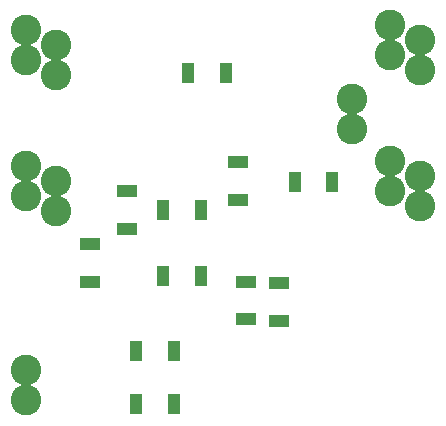
<source format=gbs>
%FSLAX34Y34*%
%MOMM*%
%LNSOLDERMASK_BOTTOM*%
G71*
G01*
%ADD10C, 2.60*%
%ADD11R, 1.10X1.80*%
%ADD12R, 1.80X1.10*%
%LPD*%
X84000Y455000D02*
G54D10*
D03*
X84000Y429600D02*
G54D10*
D03*
X109400Y442300D02*
G54D10*
D03*
X109400Y416900D02*
G54D10*
D03*
X84000Y340000D02*
G54D10*
D03*
X84000Y314600D02*
G54D10*
D03*
X109400Y327300D02*
G54D10*
D03*
X109400Y301900D02*
G54D10*
D03*
X417600Y306000D02*
G54D10*
D03*
X417600Y331400D02*
G54D10*
D03*
X392200Y318700D02*
G54D10*
D03*
X392200Y344100D02*
G54D10*
D03*
X417600Y421000D02*
G54D10*
D03*
X417600Y446400D02*
G54D10*
D03*
X392200Y433700D02*
G54D10*
D03*
X392200Y459100D02*
G54D10*
D03*
X83610Y141390D02*
G54D10*
D03*
X83614Y166786D02*
G54D10*
D03*
X359700Y396700D02*
G54D10*
D03*
X359700Y371300D02*
G54D10*
D03*
X232000Y247000D02*
G54D11*
D03*
X200000Y247000D02*
G54D11*
D03*
X270000Y242000D02*
G54D12*
D03*
X270000Y210000D02*
G54D12*
D03*
X298000Y241000D02*
G54D12*
D03*
X298000Y209000D02*
G54D12*
D03*
X253000Y419000D02*
G54D11*
D03*
X221000Y419000D02*
G54D11*
D03*
X232000Y303000D02*
G54D11*
D03*
X200000Y303000D02*
G54D11*
D03*
X169000Y319000D02*
G54D12*
D03*
X169000Y287000D02*
G54D12*
D03*
X138000Y274000D02*
G54D12*
D03*
X138000Y242000D02*
G54D12*
D03*
X263000Y343000D02*
G54D12*
D03*
X263000Y311000D02*
G54D12*
D03*
X343000Y326000D02*
G54D11*
D03*
X311000Y326000D02*
G54D11*
D03*
X209000Y183000D02*
G54D11*
D03*
X177000Y183000D02*
G54D11*
D03*
X209000Y138000D02*
G54D11*
D03*
X177000Y138000D02*
G54D11*
D03*
M02*

</source>
